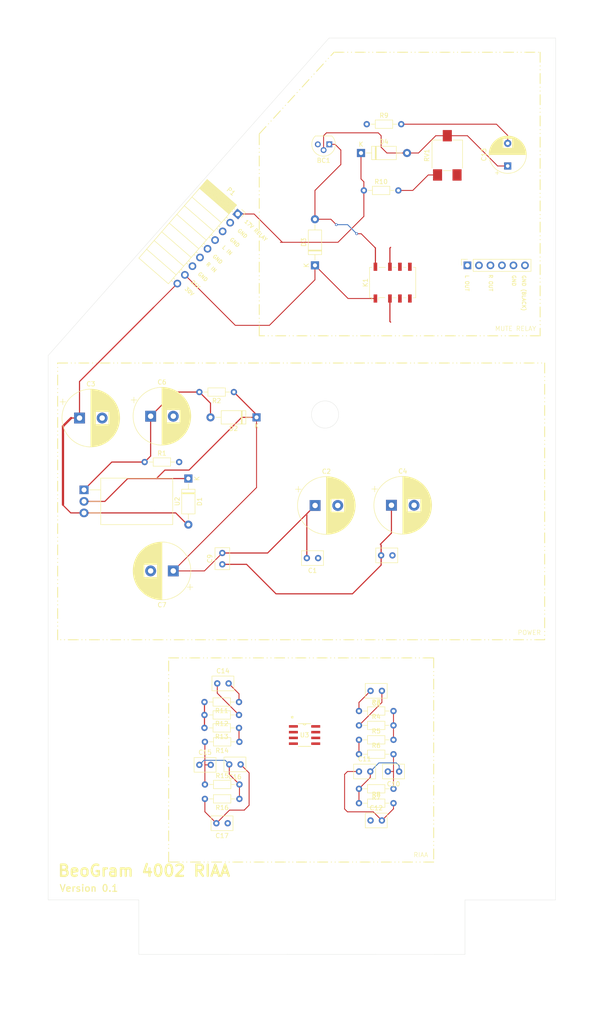
<source format=kicad_pcb>
(kicad_pcb (version 20240108) (generator "pcbnew") (generator_version "8.0")
  (title_block (title "Beogram 4002 RIAA") (date "2024-04-12") (rev "0.1") (company "LEICHT.io"))
  (layers (0 "F.Cu" signal) (31 "B.Cu" signal) (34 "B.Paste" user) (35 "F.Paste" user) (36 "B.SilkS" user "B.Silkscreen") (37 "F.SilkS" user "F.Silkscreen") (38 "B.Mask" user) (39 "F.Mask" user) (44 "Edge.Cuts" user))
  (net 0 "")
  (net 1 "RELAY ON")
  (net 2 "GND")
  (net 3 "21V")
  (net 4 "Net-(BC1-C)")
  (net 5 "Net-(BC1-B)")
  (net 6 "Net-(D2-A)")
  (net 7 "Net-(U3B-+)")
  (net 9 "L OUT")
  (net 10 "R OUT")
  (net 11 "L IN PICKUP")
  (net 12 "R IN PICKUP")
  (net 13 "24VDC+")
  (net 14 "30V")
  (net 15 "Net-(C10-Pad1)")
  (net 16 "Net-(C11-Pad1)")
  (net 17 "Net-(C13-Pad2)")
  (net 18 "Net-(U3A-+)")
  (net 19 "Net-(C15-Pad1)")
  (net 20 "Net-(C15-Pad2)")
  (net 21 "Net-(C10-Pad2)")
  (net 22 "Net-(C16-Pad1)")
  (net 23 "Net-(U3B--)")
  (net 24 "Net-(R10-Pad2)")
  (net 25 "Net-(U3A--)")
  (net 26 "Net-(U3C-V-)")
  (footprint "Resistor_THT:R_Axial_DIN0204_L3.6mm_D1.6mm_P7.62mm_Horizontal" (layer "F.Cu") (at 211.01 185.23)
    (property "Reference" "R6" (at 3.81 -1.92 0) (layer "F.SilkS"))
    (property "Value" "100")
    (pad "1" thru_hole circle (at 0 0) (size 1.4 1.4) (drill 0.7) (layers "*.Cu" "*.Mask") (net 23 "Net-(U3B--)"))
    (pad "2" thru_hole oval (at 7.62 0) (size 1.4 1.4) (drill 0.7) (layers "*.Cu" "*.Mask") (net 21 "Net-(C10-Pad2)"))
  )
  (footprint "Resistor_THT:R_Axial_DIN0204_L3.6mm_D1.6mm_P7.62mm_Horizontal" (layer "F.Cu") (at 184.62 195.075 180)
    (property "Reference" "R16" (at 3.81 -1.92 0) (layer "F.SilkS"))
    (property "Value" "27k")
    (pad "1" thru_hole circle (at 0 0 180) (size 1.4 1.4) (drill 0.7) (layers "*.Cu" "*.Mask") (net 19 "Net-(C15-Pad1)"))
    (pad "2" thru_hole oval (at 7.62 0 180) (size 1.4 1.4) (drill 0.7) (layers "*.Cu" "*.Mask") (net 22 "Net-(C16-Pad1)"))
  )
  (footprint "Diode_THT:D_A-405_P10.16mm_Horizontal" (layer "F.Cu") (at 201.295 77.47 90)
    (property "Reference" "D3" (at 5.08 -2.47 90) (layer "F.SilkS"))
    (property "Value" "1N914")
    (fp_text user "K" (at 0 -1.9 90) (layer "F.SilkS"))
    (pad "1" thru_hole rect (at 0 0 90) (size 1.8 1.8) (drill 0.9) (layers "*.Cu" "*.Mask") (net 3 "21V"))
    (pad "2" thru_hole oval (at 10.16 0 90) (size 1.8 1.8) (drill 0.9) (layers "*.Cu" "*.Mask") (net 4 "Net-(BC1-C)"))
  )
  (footprint "Diode_THT:D_A-405_P10.16mm_Horizontal" (layer "F.Cu") (at 188.401041 110.975 180)
    (property "Reference" "D2" (at 5.08 -2.47 0) (layer "F.SilkS"))
    (property "Value" "1N4002")
    (fp_text user "K" (at 0 -1.9 0) (layer "F.SilkS"))
    (pad "1" thru_hole rect (at 0 0 180) (size 1.8 1.8) (drill 0.9) (layers "*.Cu" "*.Mask") (net 13 "24VDC+"))
    (pad "2" thru_hole oval (at 10.16 0 180) (size 1.8 1.8) (drill 0.9) (layers "*.Cu" "*.Mask") (net 6 "Net-(D2-A)"))
  )
  (footprint "Capacitor_THT:CP_Radial_D12.5mm_P5.00mm" (layer "F.Cu") (at 165.026041 110.725)
    (property "Reference" "C6" (at 2.5 -7.5 0) (layer "F.SilkS"))
    (property "Value" "10uF")
    (pad "1" thru_hole rect (at 0 0) (size 2.4 2.4) (drill 1.2) (layers "*.Cu" "*.Mask") (net 6 "Net-(D2-A)"))
    (pad "2" thru_hole circle (at 5 0) (size 2.4 2.4) (drill 1.2) (layers "*.Cu" "*.Mask") (net 2 "GND"))
  )
  (footprint "Package_TO_SOT_THT:TO-92" (layer "F.Cu") (at 204.47 50.8 180)
    (property "Reference" "BC1" (at 1.27 -3.56 180) (layer "F.SilkS"))
    (property "Value" "NPN")
    (pad "1" thru_hole rect (at 0 0 180) (size 1.3 1.3) (drill 0.75) (layers "*.Cu" "*.Mask") (net 4 "Net-(BC1-C)"))
    (pad "2" thru_hole circle (at 1.27 -1.27 180) (size 1.3 1.3) (drill 0.75) (layers "*.Cu" "*.Mask") (net 5 "Net-(BC1-B)"))
    (pad "3" thru_hole circle (at 2.54 0 180) (size 1.3 1.3) (drill 0.75) (layers "*.Cu" "*.Mask") (net 2 "GND"))
  )
  (footprint "Diode_THT:D_A-405_P10.16mm_Horizontal" (layer "F.Cu") (at 173.355 124.46 -90)
    (property "Reference" "D1" (at 5.08 -2.47 90) (layer "F.SilkS"))
    (property "Value" "1N4002")
    (fp_text user "K" (at 0 -1.9 90) (layer "F.SilkS"))
    (pad "1" thru_hole rect (at 0 0 270) (size 1.8 1.8) (drill 0.9) (layers "*.Cu" "*.Mask") (net 13 "24VDC+"))
    (pad "2" thru_hole oval (at 10.16 0 270) (size 1.8 1.8) (drill 0.9) (layers "*.Cu" "*.Mask") (net 14 "30V"))
  )
  (footprint "Potentiometer_SMD:Potentiometer_ACP_CA6-VSMD_Vertical_Hole" (layer "F.Cu") (at 230.505 53.22 90)
    (property "Reference" "RV1" (at 0 -4.5 90) (layer "F.SilkS"))
    (property "Value" "1M")
    (pad "" np_thru_hole circle (at 0.275 0 90) (size 2.5 2.5) (drill 2.5) (layers "*.Cu" "*.Mask"))
    (pad "1" smd rect (at -4.325 2.15 90) (size 2.5 2) (layers "F.Cu" "F.Paste" "F.Mask"))
    (pad "2" smd rect (at 4.325 0 90) (size 2.5 2) (layers "F.Cu" "F.Paste" "F.Mask") (net 5 "Net-(BC1-B)"))
    (pad "3" smd rect (at -4.325 -2.15 90) (size 2.5 2) (layers "F.Cu" "F.Paste" "F.Mask") (net 24 "Net-(R10-Pad2)"))
  )
  (footprint "Resistor_THT:R_Axial_DIN0204_L3.6mm_D1.6mm_P7.62mm_Horizontal" (layer "F.Cu") (at 184.62 182.5 180)
    (property "Reference" "R14" (at 3.81 -1.92 0) (layer "F.SilkS"))
    (property "Value" "100")
    (pad "1" thru_hole circle (at 0 0 180) (size 1.4 1.4) (drill 0.7) (layers "*.Cu" "*.Mask") (net 25 "Net-(U3A--)"))
    (pad "2" thru_hole oval (at 7.62 0 180) (size 1.4 1.4) (drill 0.7) (layers "*.Cu" "*.Mask") (net 20 "Net-(C15-Pad2)"))
  )
  (footprint "Capacitor_THT:C_Rect_L4.6mm_W3.0mm_P2.50mm_MKS02_FKP02" (layer "F.Cu") (at 218.4 141.4 180)
    (property "Reference" "C5" (hide yes))
    (property "Value" "10nF")
    (pad "1" thru_hole circle (at 0 0 180) (size 1.4 1.4) (drill 0.7) (layers "*.Cu" "*.Mask") (net 2 "GND"))
    (pad "2" thru_hole circle (at 2.5 0 180) (size 1.4 1.4) (drill 0.7) (layers "*.Cu" "*.Mask") (net 26 "Net-(U3C-V-)"))
  )
  (footprint "Resistor_THT:R_Axial_DIN0204_L3.6mm_D1.6mm_P7.62mm_Horizontal" (layer "F.Cu") (at 163.701041 120.825)
    (property "Reference" "R1" (at 3.81 -1.92 0) (layer "F.SilkS"))
    (property "Value" "5k6")
    (pad "1" thru_hole circle (at 0 0) (size 1.4 1.4) (drill 0.7) (layers "*.Cu" "*.Mask") (net 6 "Net-(D2-A)"))
    (pad "2" thru_hole oval (at 7.62 0) (size 1.4 1.4) (drill 0.7) (layers "*.Cu" "*.Mask") (net 2 "GND"))
  )
  (footprint "Resistor_THT:R_Axial_DIN0204_L3.6mm_D1.6mm_P7.62mm_Horizontal" (layer "F.Cu") (at 211.01 196.025)
    (property "Reference" "R8" (at 3.81 -1.92 0) (layer "F.SilkS"))
    (property "Value" "27k")
    (pad "1" thru_hole circle (at 0 0) (size 1.4 1.4) (drill 0.7) (layers "*.Cu" "*.Mask") (net 15 "Net-(C10-Pad1)"))
    (pad "2" thru_hole oval (at 7.62 0) (size 1.4 1.4) (drill 0.7) (layers "*.Cu" "*.Mask") (net 16 "Net-(C11-Pad1)"))
  )
  (footprint "Capacitor_THT:CP_Radial_D8.0mm_P5.00mm" (layer "F.Cu") (at 243.84 55.57 90)
    (property "Reference" "C13" (at 2.5 -5.25 90) (layer "F.SilkS"))
    (property "Value" "100uF/6.3V")
    (pad "1" thru_hole rect (at 0 0 90) (size 1.6 1.6) (drill 0.8) (layers "*.Cu" "*.Mask") (net 5 "Net-(BC1-B)"))
    (pad "2" thru_hole circle (at 5 0 90) (size 1.6 1.6) (drill 0.8) (layers "*.Cu" "*.Mask") (net 17 "Net-(C13-Pad2)"))
  )
  (footprint "Capacitor_THT:C_Rect_L4.6mm_W3.0mm_P2.50mm_MKS02_FKP02" (layer "F.Cu") (at 179.735 169.625)
    (property "Reference" "C14" (at 1.25 -2.75 0) (layer "F.SilkS"))
    (property "Value" "10nF")
    (pad "1" thru_hole circle (at 0 0) (size 1.4 1.4) (drill 0.7) (layers "*.Cu" "*.Mask") (net 18 "Net-(U3A-+)"))
    (pad "2" thru_hole circle (at 2.5 0) (size 1.4 1.4) (drill 0.7) (layers "*.Cu" "*.Mask") (net 11 "L IN PICKUP"))
  )
  (footprint "Capacitor_THT:C_Rect_L4.6mm_W3.0mm_P2.50mm_MKS02_FKP02" (layer "F.Cu") (at 184.885 187.475 180)
    (property "Reference" "C16" (at 1.25 -2.75 0) (layer "F.SilkS"))
    (property "Value" "2n7")
    (pad "1" thru_hole circle (at 0 0 180) (size 1.4 1.4) (drill 0.7) (layers "*.Cu" "*.Mask") (net 22 "Net-(C16-Pad1)"))
    (pad "2" thru_hole circle (at 2.5 0 180) (size 1.4 1.4) (drill 0.7) (layers "*.Cu" "*.Mask") (net 19 "Net-(C15-Pad1)"))
  )
  (footprint "Relay_SMD:Relay_DPDT_Omron_G6K-2F-Y" (layer "F.Cu") (at 218.44 81.28 90)
    (property "Reference" "K1" (at 0 -6 -90) (layer "F.SilkS"))
    (property "Value" "G6K-2")
    (pad "1" smd rect (at -3.5 -3.8 90) (size 1.8 0.8) (layers "F.Cu" "F.Paste" "F.Mask") (net 3 "21V"))
    (pad "2" smd rect (at -3.5 -0.6 90) (size 1.8 0.8) (layers "F.Cu" "F.Paste" "F.Mask") (net 10 "R OUT"))
    (pad "3" smd rect (at -3.5 1.6 90) (size 1.8 0.8) (layers "F.Cu" "F.Paste" "F.Mask") (net 2 "GND"))
    (pad "4" smd rect (at -3.5 3.8 90) (size 1.8 0.8) (layers "F.Cu" "F.Paste" "F.Mask") (net 2 "GND"))
    (pad "5" smd rect (at 3.5 3.8 90) (size 1.8 0.8) (layers "F.Cu" "F.Paste" "F.Mask") (net 2 "GND"))
    (pad "6" smd rect (at 3.5 1.6 90) (size 1.8 0.8) (layers "F.Cu" "F.Paste" "F.Mask") (net 2 "GND"))
    (pad "7" smd rect (at 3.5 -0.6 90) (size 1.8 0.8) (layers "F.Cu" "F.Paste" "F.Mask") (net 9 "L OUT"))
    (pad "8" smd rect (at 3.5 -3.8 90) (size 1.8 0.8) (layers "F.Cu" "F.Paste" "F.Mask") (net 4 "Net-(BC1-C)"))
  )
  (footprint "Connector_PinSocket_2.54mm:PinSocket_1x09_P2.54mm_Horizontal" (layer "F.Cu") (at 184.25 66.15 -41)
    (property "Reference" "P1" (at -4.38 -2.77 139) (layer "F.SilkS"))
    (property "Value" "Fra Hovedprint")
    (pad "1" thru_hole rect (at 0 0 319) (size 1.7 1.7) (drill 1) (layers "*.Cu" "*.Mask") (net 1 "RELAY ON"))
    (pad "2" thru_hole oval (at 0 2.54 319) (size 1.7 1.7) (drill 1) (layers "*.Cu" "*.Mask") (net 2 "GND"))
    (pad "3" thru_hole oval (at 0 5.08 319) (size 1.7 1.7) (drill 1) (layers "*.Cu" "*.Mask") (net 2 "GND"))
    (pad "4" thru_hole oval (at 0 7.62 319) (size 1.7 1.7) (drill 1) (layers "*.Cu" "*.Mask") (net 11 "L IN PICKUP"))
    (pad "5" thru_hole oval (at 0 10.16 319) (size 1.7 1.7) (drill 1) (layers "*.Cu" "*.Mask") (net 2 "GND"))
    (pad "6" thru_hole oval (at 0 12.7 319) (size 1.7 1.7) (drill 1) (layers "*.Cu" "*.Mask") (net 12 "R IN PICKUP"))
    (pad "7" thru_hole oval (at 0 15.24 319) (size 1.7 1.7) (drill 1) (layers "*.Cu" "*.Mask") (net 2 "GND"))
    (pad "8" thru_hole oval (at -0.000001 17.78 319) (size 1.7 1.7) (drill 1) (layers "*.Cu" "*.Mask") (net 3 "21V"))
    (pad "9" thru_hole oval (at 0.000001 20.32 319) (size 1.7 1.7) (drill 1) (layers "*.Cu" "*.Mask") (net 14 "30V"))
  )
  (footprint "Capacitor_THT:CP_Radial_D12.5mm_P5.00mm" (layer "F.Cu") (at 170.026041 144.825 180)
    (property "Reference" "C7" (at 2.5 -7.5 0) (layer "F.SilkS"))
    (property "Value" "2200uF")
    (pad "1" thru_hole rect (at 0 0 180) (size 2.4 2.4) (drill 1.2) (layers "*.Cu" "*.Mask") (net 13 "24VDC+"))
    (pad "2" thru_hole circle (at 5 0 180) (size 2.4 2.4) (drill 1.2) (layers "*.Cu" "*.Mask") (net 2 "GND"))
  )
  (footprint "Capacitor_THT:C_Rect_L4.6mm_W3.0mm_P2.50mm_MKS02_FKP02" (layer "F.Cu") (at 182.035 200.45 180)
    (property "Reference" "C17" (at 1.25 -2.75 0) (layer "F.SilkS"))
    (property "Value" "10nF")
    (pad "1" thru_hole circle (at 0 0 180) (size 1.4 1.4) (drill 0.7) (layers "*.Cu" "*.Mask") (net 9 "L OUT"))
    (pad "2" thru_hole circle (at 2.5 0 180) (size 1.4 1.4) (drill 0.7) (layers "*.Cu" "*.Mask") (net 22 "Net-(C16-Pad1)"))
  )
  (footprint "Resistor_THT:R_Axial_DIN0204_L3.6mm_D1.6mm_P7.62mm_Horizontal" (layer "F.Cu") (at 211.01 182.055)
    (property "Reference" "R5" (at 3.81 -1.92 0) (layer "F.SilkS"))
    (property "Value" "330k")
    (pad "1" thru_hole circle (at 0 0) (size 1.4 1.4) (drill 0.7) (layers "*.Cu" "*.Mask") (net 23 "Net-(U3B--)"))
    (pad "2" thru_hole oval (at 7.62 0) (size 1.4 1.4) (drill 0.7) (layers "*.Cu" "*.Mask") (net 2 "GND"))
  )
  (footprint "Capacitor_THT:CP_Radial_D12.5mm_P5.00mm" (layer "F.Cu") (at 218.175 130.35)
    (property "Reference" "C4" (at 2.5 -7.5 0) (layer "F.SilkS"))
    (property "Value" "220uF")
    (pad "1" thru_hole rect (at 0 0) (size 2.4 2.4) (drill 1.2) (layers "*.Cu" "*.Mask") (net 26 "Net-(U3C-V-)"))
    (pad "2" thru_hole circle (at 5 0) (size 2.4 2.4) (drill 1.2) (layers "*.Cu" "*.Mask") (net 2 "GND"))
  )
  (footprint "Capacitor_THT:C_Rect_L4.6mm_W3.0mm_P2.50mm_MKS02_FKP02" (layer "F.Cu") (at 180.851041 143.375 90)
    (property "Reference" "C9" (at 1.25 -2.75 90) (layer "F.SilkS"))
    (property "Value" "100nF")
    (pad "1" thru_hole circle (at 0 0 90) (size 1.4 1.4) (drill 0.7) (layers "*.Cu" "*.Mask") (net 2 "GND"))
    (pad "2" thru_hole circle (at 2.5 0 90) (size 1.4 1.4) (drill 0.7) (layers "*.Cu" "*.Mask") (net 13 "24VDC+"))
  )
  (footprint "Resistor_THT:R_Axial_DIN0204_L3.6mm_D1.6mm_P7.62mm_Horizontal" (layer "F.Cu") (at 184.53 176.575 180)
    (property "Reference" "R12" (at 3.81 -1.92 0) (layer "F.SilkS"))
    (property "Value" "470k")
    (pad "1" thru_hole circle (at 0 0 180) (size 1.4 1.4) (drill 0.7) (layers "*.Cu" "*.Mask") (net 18 "Net-(U3A-+)"))
    (pad "2" thru_hole oval (at 7.62 0 180) (size 1.4 1.4) (drill 0.7) (layers "*.Cu" "*.Mask") (net 2 "GND"))
  )
  (footprint "Resistor_THT:R_Axial_DIN0204_L3.6mm_D1.6mm_P7.62mm_Horizontal" (layer "F.Cu") (at 184.53 173.725 180)
    (property "Reference" "R11" (at 3.81 -1.92 0) (layer "F.SilkS"))
    (property "Value" "47k")
    (pad "1" thru_hole circle (at 0 0 180) (size 1.4 1.4) (drill 0.7) (layers "*.Cu" "*.Mask") (net 11 "L IN PICKUP"))
    (pad "2" thru_hole oval (at 7.62 0 180) (size 1.4 1.4) (drill 0.7) (layers "*.Cu" "*.Mask") (net 2 "GND"))
  )
  (footprint "Capacitor_THT:CP_Radial_D12.5mm_P5.00mm" (layer "F.Cu") (at 149.326041 111.125)
    (property "Reference" "C3" (at 2.5 -7.5 0) (layer "F.SilkS"))
    (property "Value" "0.1uF")
    (pad "1" thru_hole rect (at 0 0) (size 2.4 2.4) (drill 1.2) (layers "*.Cu" "*.Mask") (net 14 "30V"))
    (pad "2" thru_hole circle (at 5 0) (size 2.4 2.4) (drill 1.2) (layers "*.Cu" "*.Mask") (net 2 "GND"))
  )
  (footprint "Capacitor_THT:C_Rect_L4.6mm_W3.0mm_P2.50mm_MKS02_FKP02" (layer "F.Cu") (at 175.785 187.575)
    (property "Reference" "C15" (at 1.25 -2.75 0) (layer "F.SilkS"))
    (property "Value" "10nF")
    (pad "1" thru_hole circle (at 0 0) (size 1.4 1.4) (drill 0.7) (layers "*.Cu" "*.Mask") (net 19 "Net-(C15-Pad1)"))
    (pad "2" thru_hole circle (at 2.5 0) (size 1.4 1.4) (drill 0.7) (layers "*.Cu" "*.Mask") (net 20 "Net-(C15-Pad2)"))
  )
  (footprint "Connector_PinSocket_2.54mm:PinSocket_1x06_P2.54mm_Vertical" (layer "F.Cu") (at 234.95 77.47 90)
    (property "Reference" "P2" (hide yes))
    (property "Value" "Fra Ledning")
    (pad "1" thru_hole rect (at 0 0 90) (size 1.7 1.7) (drill 1) (layers "*.Cu" "*.Mask") (net 9 "L OUT"))
    (pad "2" thru_hole oval (at 0 2.54 90) (size 1.7 1.7) (drill 1) (layers "*.Cu" "*.Mask") (net 2 "GND"))
    (pad "3" thru_hole oval (at 0 5.08 90) (size 1.7 1.7) (drill 1) (layers "*.Cu" "*.Mask") (net 10 "R OUT"))
    (pad "4" thru_hole oval (at 0 7.62 90) (size 1.7 1.7) (drill 1) (layers "*.Cu" "*.Mask") (net 2 "GND"))
    (pad "5" thru_hole oval (at 0 10.16 90) (size 1.7 1.7) (drill 1) (layers "*.Cu" "*.Mask") (net 2 "GND"))
    (pad "6" thru_hole oval (at 0 12.7 90) (size 1.7 1.7) (drill 1) (layers "*.Cu" "*.Mask") (net 2 "GND"))
  )
  (footprint "Resistor_THT:R_Axial_DIN0204_L3.6mm_D1.6mm_P7.62mm_Horizontal" (layer "F.Cu") (at 212.09 60.96)
    (property "Reference" "R10" (at 3.81 -1.92 0) (layer "F.SilkS"))
    (property "Value" "100k")
    (pad "1" thru_hole circle (at 0 0) (size 1.4 1.4) (drill 0.7) (layers "*.Cu" "*.Mask") (net 1 "RELAY ON"))
    (pad "2" thru_hole oval (at 7.62 0) (size 1.4 1.4) (drill 0.7) (layers "*.Cu" "*.Mask") (net 24 "Net-(R10-Pad2)"))
  )
  (footprint "Diode_THT:D_A-405_P10.16mm_Horizontal" (layer "F.Cu") (at 211.455 52.705)
    (property "Reference" "D4" (at 5.08 -2.47 0) (layer "F.SilkS"))
    (property "Value" "1N914")
    (fp_text user "K" (at 0 -1.9 0) (layer "F.SilkS"))
    (pad "1" thru_hole rect (at 0 0) (size 1.8 1.8) (drill 0.9) (layers "*.Cu" "*.Mask") (net 1 "RELAY ON"))
    (pad "2" thru_hole oval (at 10.16 0) (size 1.8 1.8) (drill 0.9) (layers "*.Cu" "*.Mask") (net 5 "Net-(BC1-B)"))
  )
  (footprint "Capacitor_THT:C_Rect_L4.6mm_W3.0mm_P2.50mm_MKS02_FKP02" (layer "F.Cu") (at 216.07 171.26 180)
    (property "Reference" "C8" (at 1.25 -2.75 0) (layer "F.SilkS"))
    (property "Value" "10nF")
    (pad "1" thru_hole circle (at 0 0 180) (size 1.4 1.4) (drill 0.7) (layers "*.Cu" "*.Mask") (net 7 "Net-(U3B-+)"))
    (pad "2" thru_hole circle (at 2.5 0 180) (size 1.4 1.4) (drill 0.7) (layers "*.Cu" "*.Mask") (net 12 "R IN PICKUP"))
  )
  (footprint "Resistor_THT:R_Axial_DIN0204_L3.6mm_D1.6mm_P7.62mm_Horizontal" (layer "F.Cu") (at 184.53 179.425 180)
    (property "Reference" "R13" (at 3.81 -1.92 0) (layer "F.SilkS"))
    (property "Value" "330k")
    (pad "1" thru_hole circle (at 0 0 180) (size 1.4 1.4) (drill 0.7) (layers "*.Cu" "*.Mask") (net 25 "Net-(U3A--)"))
    (pad "2" thru_hole oval (at 7.62 0 180) (size 1.4 1.4) (drill 0.7) (layers "*.Cu" "*.Mask") (net 2 "GND"))
  )
  (footprint "Resistor_THT:R_Axial_DIN0204_L3.6mm_D1.6mm_P7.62mm_Horizontal" (layer "F.Cu") (at 183.401041 105.4 180)
    (property "Reference" "R2" (at 3.81 -1.92 0) (layer "F.SilkS"))
    (property "Value" "300")
    (pad "1" thru_hole circle (at 0 0 180) (size 1.4 1.4) (drill 0.7) (layers "*.Cu" "*.Mask") (net 13 "24VDC+"))
    (pad "2" thru_hole oval (at 7.62 0 180) (size 1.4 1.4) (drill 0.7) (layers "*.Cu" "*.Mask") (net 6 "Net-(D2-A)"))
  )
  (footprint "OPA2134:D8" (layer "F.Cu") (at 199 181)
    (property "Reference" "U3" (at 0 0 0) (layer "F.SilkS"))
    (property "Value" "OPA2134")
    (fp_text user "*" (at -2.7178 -3.6068 0) (layer "F.SilkS"))
    (fp_text user "*" (at -2.7178 -3.6068 0) (layer "F.SilkS"))
    (pad "1" smd rect (at -2.4638 -1.905) (size 1.9812 0.5588) (layers "F.Cu" "F.Paste" "F.Mask") (net 22 "Net-(C16-Pad1)"))
    (pad "2" smd rect (at -2.4638 -0.635) (size 1.9812 0.5588) (layers "F.Cu" "F.Paste" "F.Mask") (net 25 "Net-(U3A--)"))
    (pad "3" smd rect (at -2.4638 0.635) (size 1.9812 0.5588) (layers "F.Cu" "F.Paste" "F.Mask") (net 18 "Net-(U3A-+)"))
    (pad "4" smd rect (at -2.4638 1.905) (size 1.9812 0.5588) (layers "F.Cu" "F.Paste" "F.Mask") (net 26 "Net-(U3C-V-)"))
    (pad "5" smd rect (at 2.4638 1.905) (size 1.9812 0.5588) (layers "F.Cu" "F.Paste" "F.Mask") (net 7 "Net-(U3B-+)"))
    (pad "6" smd rect (at 2.4638 0.635) (size 1.9812 0.5588) (layers "F.Cu" "F.Paste" "F.Mask") (net 23 "Net-(U3B--)"))
    (pad "7" smd rect (at 2.4638 -0.635) (size 1.9812 0.5588) (layers "F.Cu" "F.Paste" "F.Mask") (net 16 "Net-(C11-Pad1)"))
    (pad "8" smd rect (at 2.4638 -1.905) (size 1.9812 0.5588) (layers "F.Cu" "F.Paste" "F.Mask") (net 13 "24VDC+"))
  )
  (footprint "Resistor_THT:R_Axial_DIN0204_L3.6mm_D1.6mm_P7.62mm_Horizontal" (layer "F.Cu") (at 212.725 46.355)
    (property "Reference" "R9" (at 3.81 -1.92 0) (layer "F.SilkS"))
    (property "Value" "1k")
    (pad "1" thru_hole circle (at 0 0) (size 1.4 1.4) (drill 0.7) (layers "*.Cu" "*.Mask") (net 2 "GND"))
    (pad "2" thru_hole oval (at 7.62 0) (size 1.4 1.4) (drill 0.7) (layers "*.Cu" "*.Mask") (net 17 "Net-(C13-Pad2)"))
  )
  (footprint "Resistor_THT:R_Axial_DIN0204_L3.6mm_D1.6mm_P7.62mm_Horizontal" (layer "F.Cu") (at 211.01 175.705)
    (property "Reference" "R3" (at 3.81 -1.92 0) (layer "F.SilkS"))
    (property "Value" "47k")
    (pad "1" thru_hole circle (at 0 0) (size 1.4 1.4) (drill 0.7) (layers "*.Cu" "*.Mask") (net 12 "R IN PICKUP"))
    (pad "2" thru_hole oval (at 7.62 0) (size 1.4 1.4) (drill 0.7) (layers "*.Cu" "*.Mask") (net 2 "GND"))
  )
  (footprint "Resistor_THT:R_Axial_DIN0204_L3.6mm_D1.6mm_P7.62mm_Horizontal" (layer "F.Cu") (at 211.01 178.88)
    (property "Reference" "R4" (at 3.81 -1.92 0) (layer "F.SilkS"))
    (property "Value" "470k")
    (pad "1" thru_hole circle (at 0 0) (size 1.4 1.4) (drill 0.7) (layers "*.Cu" "*.Mask") (net 7 "Net-(U3B-+)"))
    (pad "2" thru_hole oval (at 7.62 0) (size 1.4 1.4) (drill 0.7) (layers "*.Cu" "*.Mask") (net 2 "GND"))
  )
  (footprint "Capacitor_THT:C_Rect_L4.6mm_W3.0mm_P2.50mm_MKS02_FKP02" (layer "F.Cu") (at 202 142 180)
    (property "Reference" "C1" (at 1.25 -2.75 0) (layer "F.SilkS"))
    (property "Value" "10nF")
    (pad "1" thru_hole circle (at 0 0 180) (size 1.4 1.4) (drill 0.7) (layers "*.Cu" "*.Mask") (net 2 "GND"))
    (pad "2" thru_hole circle (at 2.5 0 180) (size 1.4 1.4) (drill 0.7) (layers "*.Cu" "*.Mask") (net 13 "24VDC+"))
  )
  (footprint "Package_TO_SOT_THT:TO-220-3_Horizontal_TabDown" (layer "F.Cu") (at 150.321041 126.96 -90)
    (property "Reference" "U2" (at 2.54 -20.58 90) (layer "F.SilkS"))
    (property "Value" "LM317_TO-220")
    (pad "" np_thru_hole circle (at 2.54 -16.66 270) (size 3.5 3.5) (drill 3.5) (layers "*.Cu" "*.Mask"))
    (pad "1" thru_hole rect (at 0 0 270) (size 1.905 2) (drill 1.1) (layers "*.Cu" "*.Mask") (net 6 "Net-(D2-A)"))
    (pad "2" thru_hole oval (at 2.54 0 270) (size 1.905 2) (drill 1.1) (layers "*.Cu" "*.Mask") (net 13 "24VDC+"))
    (pad "3" thru_hole oval (at 5.08 0 270) (size 1.905 2) (drill 1.1) (layers "*.Cu" "*.Mask") (net 14 "30V"))
  )
  (footprint "Resistor_THT:R_Axial_DIN0204_L3.6mm_D1.6mm_P7.62mm_Horizontal" (layer "F.Cu") (at 218.63 192.85 180)
    (property "Reference" "R7" (at 3.81 -1.92 0) (layer "F.SilkS"))
    (property "Value" "330k")
    (pad "1" thru_hole circle (at 0 0 180) (size 1.4 1.4) (drill 0.7) (layers "*.Cu" "*.Mask") (net 21 "Net-(C10-Pad2)"))
    (pad "2" thru_hole oval (at 7.62 0 180) (size 1.4 1.4) (drill 0.7) (layers "*.Cu" "*.Mask") (net 15 "Net-(C10-Pad1)"))
  )
  (footprint "Capacitor_THT:C_Rect_L4.6mm_W3.0mm_P2.50mm_MKS02_FKP02" (layer "F.Cu") (at 213.57 199.835)
    (property "Reference" "C12" (at 1.25 -2.75 0) (layer "F.SilkS"))
    (property "Value" "10nF")
    (pad "1" thru_hole circle (at 0 0) (size 1.4 1.4) (drill 0.7) (layers "*.Cu" "*.Mask") (net 10 "R OUT"))
    (pad "2" thru_hole circle (at 2.5 0) (size 1.4 1.4) (drill 0.7) (layers "*.Cu" "*.Mask") (net 16 "Net-(C11-Pad1)"))
  )
  (footprint "Capacitor_THT:CP_Radial_D12.5mm_P5.00mm" (layer "F.Cu") (at 201.325 130.4)
    (property "Reference" "C2" (at 2.5 -7.5 0) (layer "F.SilkS"))
    (property "Value" "220uF")
    (pad "1" thru_hole rect (at 0 0) (size 2.4 2.4) (drill 1.2) (layers "*.Cu" "*.Mask") (net 13 "24VDC+"))
    (pad "2" thru_hole circle (at 5 0) (size 2.4 2.4) (drill 1.2) (layers "*.Cu" "*.Mask") (net 2 "GND"))
  )
  (footprint "Capacitor_THT:C_Rect_L4.6mm_W3.0mm_P2.50mm_MKS02_FKP02" (layer "F.Cu") (at 219.88 189.04 180)
    (property "Reference" "C10" (at 1.25 -2.75 0) (layer "F.SilkS"))
    (property "Value" "10nF")
    (pad "1" thru_hole circle (at 0 0 180) (size 1.4 1.4) (drill 0.7) (layers "*.Cu" "*.Mask") (net 15 "Net-(C10-Pad1)"))
    (pad "2" thru_hole circle (at 2.5 0 180) (size 1.4 1.4) (drill 0.7) (layers "*.Cu" "*.Mask") (net 21 "Net-(C10-Pad2)"))
  )
  (footprint "Capacitor_THT:C_Rect_L4.6mm_W3.0mm_P2.50mm_MKS02_FKP02" (layer "F.Cu") (at 211.01 189.04)
    (property "Reference" "C11" (at 1.25 -2.75 0) (layer "F.SilkS"))
    (property "Value" "2n7")
    (pad "1" thru_hole circle (at 0 0) (size 1.4 1.4) (drill 0.7) (layers "*.Cu" "*.Mask") (net 16 "Net-(C11-Pad1)"))
    (pad "2" thru_hole circle (at 2.5 0) (size 1.4 1.4) (drill 0.7) (layers "*.Cu" "*.Mask") (net 15 "Net-(C10-Pad1)"))
  )
  (footprint "Resistor_THT:R_Axial_DIN0204_L3.6mm_D1.6mm_P7.62mm_Horizontal" (layer "F.Cu") (at 177.01 191.9)
    (property "Reference" "R15" (at 3.81 -1.92 0) (layer "F.SilkS"))
    (property "Value" "330k")
    (pad "1" thru_hole circle (at 0 0) (size 1.4 1.4) (drill 0.7) (layers "*.Cu" "*.Mask") (net 20 "Net-(C15-Pad2)"))
    (pad "2" thru_hole oval (at 7.62 0) (size 1.4 1.4) (drill 0.7) (layers "*.Cu" "*.Mask") (net 19 "Net-(C15-Pad1)"))
  )
  (gr_rect (start 169 164) (end 227.5 209) (stroke (width 0.2) (type dash_dot_dot)) (fill none) (layer "F.SilkS"))
  (gr_rect (start 144.5 99) (end 252 160) (stroke (width 0.2) (type dash_dot_dot)) (fill none) (layer "F.SilkS"))
  (gr_poly (pts (xy 205.5 30.5) (xy 251 30.5) (xy 251 93) (xy 189 93) (xy 189 48.5)) (stroke (width 0.2) (type dash_dot_dot)) (fill none) (layer "F.SilkS"))
  (gr_line (start 254.4128 27.3568) (end 254.4064 217.3528) (stroke (width 0.05)) (layer "Edge.Cuts"))
  (gr_line (start 234.4064 217.3528) (end 234.4064 229.3528) (stroke (width 0.05)) (layer "Edge.Cuts"))
  (gr_line (start 254.4064 217.3528) (end 234.4064 217.3528) (stroke (width 0.05)) (layer "Edge.Cuts"))
  (gr_line (start 234.4064 229.3528) (end 162.4076 229.3432) (stroke (width 0.05)) (layer "Edge.Cuts"))
  (gr_circle (center 203.525 110.348) (end 206.525 110.348) (stroke (width 0.05)) (fill none) (layer "Edge.Cuts"))
  (gr_line (start 162.4076 229.3432) (end 162.4076 217.3432) (stroke (width 0.05)) (layer "Edge.Cuts"))
  (gr_line (start 204.4128 27.3568) (end 254.4128 27.3568) (stroke (width 0.05)) (layer "Edge.Cuts"))
  (gr_line (start 142.4076 217.3432) (end 142.4076 97.3432) (stroke (width 0.05)) (layer "Edge.Cuts"))
  (gr_line (start 162.4076 217.3432) (end 142.4076 217.3432) (stroke (width 0.05)) (layer "Edge.Cuts"))
  (gr_line (start 142.4076 97.3432) (end 204.4128 27.3568) (stroke (width 0.05)) (layer "Edge.Cuts"))
  (gr_text "Version 0.1" (at 144.8 215.65 0) (layer "F.SilkS") (effects (font (size 1.5 1.5) (thickness 0.25) (bold yes)) (justify left bottom)))
  (gr_text "RIAA" (at 223 208 0) (layer "F.SilkS") (effects (font (size 1 1) (thickness 0.1)) (justify left bottom)))
  (gr_text "GND" (at 182.3 71.875 317) (layer "F.SilkS") (effects (font (size 0.8 0.8)) (justify left bottom)))
  (gr_text "BeoGram 4002 RIAA " (at 144.325 212.375 0) (layer "F.SilkS") (effects (font (size 2.5 2.5) (thickness 0.5) (bold yes)) (justify left bottom)))
  (gr_text "GND (BLACK)" (at 246.95 79.55 270) (layer "F.SilkS") (effects (font (size 0.8 0.8)) (justify left bottom)))
  (gr_text "21V" (at 173.727475 81.251378 317) (layer "F.SilkS") (effects (font (size 0.8 0.8)) (justify left bottom)))
  (gr_text "GND" (at 244.75 79.525 270) (layer "F.SilkS") (effects (font (size 0.8 0.8)) (justify left bottom)))
  (gr_text "GND" (at 184 69.9 317) (layer "F.SilkS") (effects (font (size 0.8 0.8)) (justify left bottom)))
  (gr_text "L OUT" (at 234.4 79.525 270) (layer "F.SilkS") (effects (font (size 0.8 0.8)) (justify left bottom)))
  (gr_text "GND" (at 178.525 75.575 317) (layer "F.SilkS") (effects (font (size 0.8 0.8)) (justify left bottom)))
  (gr_text "17V RELAY" (at 185.55 67.894578 317) (layer "F.SilkS") (effects (font (size 0.8 0.8)) (justify left bottom)))
  (gr_text "MUTE RELAY" (at 241 92 0) (layer "F.SilkS") (effects (font (size 1 1) (thickness 0.1)) (justify left bottom)))
  (gr_text "GND" (at 175.26 79.451378 317) (layer "F.SilkS") (effects (font (size 0.8 0.8)) (justify left bottom)))
  (gr_text "R IN" (at 177.075 77.3 317) (layer "F.SilkS") (effects (font (size 0.8 0.8)) (justify left bottom)))
  (gr_text "POWER" (at 246 159 0) (layer "F.SilkS") (effects (font (size 1 1) (thickness 0.1)) (justify left bottom)))
  (gr_text "30V" (at 172.377475 82.751378 317) (layer "F.SilkS") (effects (font (size 0.8 0.8)) (justify left bottom)))
  (gr_text "L IN" (at 180.625 73.6 317) (layer "F.SilkS") (effects (font (size 0.8 0.8)) (justify left bottom)))
  (gr_text "R OUT" (at 239.625 79.4 270) (layer "F.SilkS") (effects (font (size 0.8 0.8)) (justify left bottom)))
  (segment (start 211.455 58.42) (end 211.455 52.705) (width 0.2) (layer "F.Cu") (net 1))
  (segment (start 212.09 59.055) (end 211.455 58.42) (width 0.2) (layer "F.Cu") (net 1))
  (segment (start 193.675 72.39) (end 194.1 72.39) (width 0.2) (layer "F.Cu") (net 1))
  (segment (start 212.09 60.96) (end 212.09 59.055) (width 0.2) (layer "F.Cu") (net 1))
  (segment (start 194.1 72.39) (end 187.86 66.15) (width 0.2) (layer "F.Cu") (net 1))
  (segment (start 187.86 66.15) (end 184.25 66.15) (width 0.2) (layer "F.Cu") (net 1))
  (segment (start 194.1 72.39) (end 206.375 72.39) (width 0.2) (layer "F.Cu") (net 1))
  (segment (start 212.09 66.675) (end 212.09 60.96) (width 0.2) (layer "F.Cu") (net 1))
  (segment (start 206.375 72.39) (end 212.09 66.675) (width 0.2) (layer "F.Cu") (net 1))
  (segment (start 180.851041 143.375) (end 186.2 143.375) (width 0.25) (layer "F.Cu") (net 2))
  (segment (start 218.175 130.35) (end 218.175 136.5) (width 0.25) (layer "F.Cu") (net 2))
  (segment (start 215.9 143.55) (end 215.9 141.4) (width 0.25) (layer "F.Cu") (net 2))
  (segment (start 215.725 138.95) (end 215.9 139.125) (width 0.25) (layer "F.Cu") (net 2))
  (segment (start 209.575 149.875) (end 215.9 143.55) (width 0.25) (layer "F.Cu") (net 2))
  (segment (start 218.63 178.88) (end 218.63 182.055) (width 0.2) (layer "F.Cu") (net 2))
  (segment (start 215.9 139.125) (end 215.9 141.4) (width 0.25) (layer "F.Cu") (net 2))
  (segment (start 176.91 176.575) (end 176.91 179.425) (width 0.25) (layer "F.Cu") (net 2))
  (segment (start 218.175 136.5) (end 215.725 138.95) (width 0.25) (layer "F.Cu") (net 2))
  (segment (start 192.7 149.875) (end 209.575 149.875) (width 0.25) (layer "F.Cu") (net 2))
  (segment (start 218.63 175.705) (end 218.63 178.88) (width 0.2) (layer "F.Cu") (net 2))
  (segment (start 176.91 173.725) (end 176.91 176.575) (width 0.25) (layer "F.Cu") (net 2))
  (segment (start 186.2 143.375) (end 192.7 149.875) (width 0.25) (layer "F.Cu") (net 2))
  (segment (start 201.295 80.645) (end 191.245 90.695) (width 0.2) (layer "F.Cu") (net 3))
  (segment (start 183.711534 90.695) (end 172.58527 79.568736) (width 0.2) (layer "F.Cu") (net 3))
  (segment (start 214.64 84.78) (end 208.605 84.78) (width 0.2) (layer "F.Cu") (net 3))
  (segment (start 191.245 90.695) (end 183.711534 90.695) (width 0.2) (layer "F.Cu") (net 3))
  (segment (start 201.295 77.47) (end 201.295 80.645) (width 0.2) (layer "F.Cu") (net 3))
  (segment (start 208.605 84.78) (end 201.295 77.47) (width 0.2) (layer "F.Cu") (net 3))
  (segment (start 201.295 60.96) (end 201.295 67.31) (width 0.2) (layer "F.Cu") (net 4))
  (segment (start 214.64 73.64) (end 214.5 73.5) (width 0.25) (layer "F.Cu") (net 4))
  (segment (start 206 68.5) (end 204.81 67.31) (width 0.2) (layer "F.Cu") (net 4))
  (segment (start 204.81 67.31) (end 201.295 67.31) (width 0.2) (layer "F.Cu") (net 4))
  (segment (start 205.74 50.8) (end 207.01 52.07) (width 0.2) (layer "F.Cu") (net 4))
  (segment (start 204.47 50.8) (end 205.74 50.8) (width 0.2) (layer "F.Cu") (net 4))
  (segment (start 207.01 52.07) (end 207.01 55.245) (width 0.2) (layer "F.Cu") (net 4))
  (segment (start 211.5 70.5) (end 214.5 73.5) (width 0.2) (layer "F.Cu") (net 4))
  (segment (start 214.64 77.78) (end 214.64 73.64) (width 0.25) (layer "F.Cu") (net 4))
  (segment (start 207.01 55.245) (end 201.295 60.96) (width 0.2) (layer "F.Cu") (net 4))
  (segment (start 210.5 70.5) (end 211.5 70.5) (width 0.2) (layer "F.Cu") (net 4))
  (via (at 210.5 70.5) (size 0.6) (drill 0.3) (layers "F.Cu" "B.Cu") (net 4))
  (via (at 206 68.5) (size 0.6) (drill 0.3) (layers "F.Cu" "B.Cu") (net 4))
  (segment (start 208.5 68.5) (end 210.5 70.5) (width 0.2) (layer "B.Cu") (net 4))
  (segment (start 206 68.5) (end 208.5 68.5) (width 0.2) (layer "B.Cu") (net 4))
  (segment (start 221.615 52.705) (end 224.155 52.705) (width 0.2) (layer "F.Cu") (net 5))
  (segment (start 203.835 48.26) (end 215.265 48.26) (width 0.2) (layer "F.Cu") (net 5))
  (segment (start 203.2 48.895) (end 203.835 48.26) (width 0.2) (layer "F.Cu") (net 5))
  (segment (start 215.9 48.895) (end 215.9 51.435) (width 0.2) (layer "F.Cu") (net 5))
  (segment (start 215.265 48.26) (end 215.9 48.895) (width 0.2) (layer "F.Cu") (net 5))
  (segment (start 241.625 55.57) (end 234.95 48.895) (width 0.2) (layer "F.Cu") (net 5))
  (segment (start 243.84 55.57) (end 241.625 55.57) (width 0.2) (layer "F.Cu") (net 5))
  (segment (start 215.9 51.435) (end 217.17 52.705) (width 0.2) (layer "F.Cu") (net 5))
  (segment (start 227.965 48.895) (end 230.505 48.895) (width 0.2) (layer "F.Cu") (net 5))
  (segment (start 224.155 52.705) (end 227.965 48.895) (width 0.2) (layer "F.Cu") (net 5))
  (segment (start 203.2 52.07) (end 203.2 48.895) (width 0.2) (layer "F.Cu") (net 5))
  (segment (start 217.17 52.705) (end 221.615 52.705) (width 0.2) (layer "F.Cu") (net 5))
  (segment (start 234.95 48.895) (end 230.505 48.895) (width 0.2) (layer "F.Cu") (net 5))
  (segment (start 178.241041 107.86) (end 178.241041 110.975) (width 0.25) (layer "F.Cu") (net 6))
  (segment (start 165.026041 110.725) (end 170.351041 105.4) (width 0.25) (layer "F.Cu") (net 6))
  (segment (start 175.781041 105.4) (end 178.241041 107.86) (width 0.25) (layer "F.Cu") (net 6))
  (segment (start 165.026041 119.5) (end 163.701041 120.825) (width 0.25) (layer "F.Cu") (net 6))
  (segment (start 156.456041 120.825) (end 150.321041 126.96) (width 0.25) (layer "F.Cu") (net 6))
  (segment (start 170.351041 105.4) (end 175.781041 105.4) (width 0.25) (layer "F.Cu") (net 6))
  (segment (start 165.026041 110.725) (end 165.026041 119.5) (width 0.25) (layer "F.Cu") (net 6))
  (segment (start 163.701041 120.825) (end 156.456041 120.825) (width 0.25) (layer "F.Cu") (net 6))
  (segment (start 216.07 171.26) (end 216.07 173.82) (width 0.2) (layer "F.Cu") (net 7))
  (segment (start 216.07 173.82) (end 211.01 178.88) (width 0.2) (layer "F.Cu") (net 7))
  (segment (start 217.84 77.78) (end 217.84 73.66) (width 0.25) (layer "F.Cu") (net 9))
  (segment (start 217.84 73.66) (end 218 73.5) (width 0.25) (layer "F.Cu") (net 9))
  (segment (start 217.84 89.84) (end 218 90) (width 0.25) (layer "F.Cu") (net 10))
  (segment (start 217.84 84.78) (end 217.84 89.84) (width 0.25) (layer "F.Cu") (net 10))
  (segment (start 184.53 171.92) (end 184.53 173.725) (width 0.2) (layer "F.Cu") (net 11))
  (segment (start 182.235 169.625) (end 184.53 171.92) (width 0.2) (layer "F.Cu") (net 11))
  (segment (start 211.01 173.8) (end 211.01 175.705) (width 0.2) (layer "F.Cu") (net 12))
  (segment (start 211.03 173.8) (end 211.01 173.8) (width 0.2) (layer "F.Cu") (net 12))
  (segment (start 213.57 171.26) (end 211.03 173.8) (width 0.2) (layer "F.Cu") (net 12))
  (segment (start 159.956041 124.47) (end 154.926041 129.5) (width 0.25) (layer "F.Cu") (net 13))
  (segment (start 199.5 132.225) (end 199.5 142) (width 0.25) (layer "F.Cu") (net 13))
  (segment (start 166.301041 124.47) (end 159.956041 124.47) (width 0.25) (layer "F.Cu") (net 13))
  (segment (start 154.926041 129.5) (end 150.321041 129.5) (width 0.25) (layer "F.Cu") (net 13))
  (segment (start 173.501041 122.6) (end 168.171041 122.6) (width 0.25) (layer "F.Cu") (net 13))
  (segment (start 188.401041 110.4) (end 188.401041 110.975) (width 0.25) (layer "F.Cu") (net 13))
  (segment (start 201.325 130.4) (end 199.5 132.225) (width 0.25) (layer "F.Cu") (net 13))
  (segment (start 173.151041 124.47) (end 166.301041 124.47) (width 0.25) (layer "F.Cu") (net 13))
  (segment (start 188.401041 110.975) (end 185.126041 110.975) (width 0.25) (layer "F.Cu") (net 13))
  (segment (start 170.026041 144.825) (end 176.901041 144.825) (width 0.2) (layer "F.Cu") (net 13))
  (segment (start 188.401041 110.975) (end 188.401041 126.45) (width 0.2) (layer "F.Cu") (net 13))
  (segment (start 168.171041 122.6) (end 166.301041 124.47) (width 0.25) (layer "F.Cu") (net 13))
  (segment (start 176.901041 144.825) (end 180.851041 140.875) (width 0.2) (layer "F.Cu") (net 13))
  (segment (start 188.401041 126.45) (end 170.026041 144.825) (width 0.2) (layer "F.Cu") (net 13))
  (segment (start 180.851041 140.875) (end 190.85 140.875) (width 0.25) (layer "F.Cu") (net 13))
  (segment (start 183.401041 105.4) (end 188.401041 110.4) (width 0.25) (layer "F.Cu") (net 13))
  (segment (start 185.126041 110.975) (end 173.501041 122.6) (width 0.25) (layer "F.Cu") (net 13))
  (segment (start 190.85 140.875) (end 201.325 130.4) (width 0.25) (layer "F.Cu") (net 13))
  (segment (start 150.321041 132.04) (end 170.561041 132.04) (width 0.25) (layer "F.Cu") (net 14))
  (segment (start 145.676041 112.925) (end 145.676041 130.225) (width 0.5) (layer "F.Cu") (net 14))
  (segment (start 147.476041 111.125) (end 145.676041 112.925) (width 0.5) (layer "F.Cu") (net 14))
  (segment (start 145.626041 130.275) (end 147.391041 132.04) (width 0.25) (layer "F.Cu") (net 14))
  (segment (start 149.326041 103.078539) (end 149.326041 111.125) (width 0.25) (layer "F.Cu") (net 14))
  (segment (start 165.70229 86.70229) (end 149.326041 103.078539) (width 0.25) (layer "F.Cu") (net 14))
  (segment (start 147.391041 132.04) (end 150.321041 132.04) (width 0.25) (layer "F.Cu") (net 14))
  (segment (start 165.591406 86.813174) (end 165.70229 86.70229) (width 0.2) (layer "F.Cu") (net 14))
  (segment (start 165.70229 86.70229) (end 170.918881 81.485699) (width 0.2) (layer "F.Cu") (net 14))
  (segment (start 170.561041 132.04) (end 173.151041 134.63) (width 0.25) (layer "F.Cu") (net 14))
  (segment (start 145.676041 130.225) (end 145.626041 130.275) (width 0.25) (layer "F.Cu") (net 14))
  (segment (start 149.326041 111.125) (end 147.476041 111.125) (width 0.25) (layer "F.Cu") (net 14))
  (segment (start 211.01 192.85) (end 211.01 196.025) (width 0.2) (layer "F.Cu") (net 15))
  (segment (start 213.51 190.35) (end 211.01 192.85) (width 0.2) (layer "F.Cu") (net 15))
  (segment (start 213.51 189.04) (end 213.51 190.35) (width 0.2) (layer "F.Cu") (net 15))
  (segment (start 219.88 189.04) (end 219.88 187.75) (width 0.2) (layer "B.Cu") (net 15))
  (segment (start 219.265 187.135) (end 215.415 187.135) (width 0.2) (layer "B.Cu") (net 15))
  (segment (start 219.88 187.75) (end 219.265 187.135) (width 0.2) (layer "B.Cu") (net 15))
  (segment (start 215.415 187.135) (end 213.51 189.04) (width 0.2) (layer "B.Cu") (net 15))
  (segment (start 207.835 197.295) (end 208.47 197.93) (width 0.2) (layer "F.Cu") (net 16))
  (segment (start 214.165 197.93) (end 216.07 199.835) (width 0.2) (layer "F.Cu") (net 16))
  (segment (start 208.47 197.93) (end 214.165 197.93) (width 0.2) (layer "F.Cu") (net 16))
  (segment (start 218.63 197.275) (end 216.07 199.835) (width 0.2) (layer "F.Cu") (net 16))
  (segment (start 218.63 196.025) (end 218.63 197.275) (width 0.2) (layer "F.Cu") (net 16))
  (segment (start 207.835 189.675) (end 207.835 197.295) (width 0.2) (layer "F.Cu") (net 16))
  (segment (start 211.01 189.04) (end 208.47 189.04) (width 0.2) (layer "F.Cu") (net 16))
  (segment (start 208.47 189.04) (end 207.835 189.675) (width 0.2) (layer "F.Cu") (net 16))
  (segment (start 243.84 50.57) (end 243.84 48.84) (width 0.2) (layer "F.Cu") (net 17))
  (segment (start 243.84 48.84) (end 241.355 46.355) (width 0.2) (layer "F.Cu") (net 17))
  (segment (start 241.355 46.355) (end 220.345 46.355) (width 0.2) (layer "F.Cu") (net 17))
  (segment (start 179.735 169.625) (end 179.735 171.78) (width 0.2) (layer "F.Cu") (net 18))
  (segment (start 179.735 171.78) (end 184.53 176.575) (width 0.2) (layer "F.Cu") (net 18))
  (segment (start 184.63 195.065) (end 184.62 195.075) (width 0.2) (layer "F.Cu") (net 19))
  (segment (start 182.385 187.475) (end 182.385 189.655) (width 0.2) (layer "F.Cu") (net 19))
  (segment (start 184.63 191.9) (end 184.63 195.065) (width 0.2) (layer "F.Cu") (net 19))
  (segment (start 182.385 189.655) (end 184.63 191.9) (width 0.2) (layer "F.Cu") (net 19))
  (segment (start 176.785 186.575) (end 181.485 186.575) (width 0.2) (layer "B.Cu") (net 19))
  (segment (start 181.485 186.575) (end 182.385 187.475) (width 0.2) (layer "B.Cu") (net 19))
  (segment (start 175.785 187.575) (end 176.785 186.575) (width 0.2) (layer "B.Cu") (net 19))
  (segment (start 177 182.5) (end 177 187.575) (width 0.2) (layer "F.Cu") (net 20))
  (segment (start 178.285 187.575) (end 177 187.575) (width 0.2) (layer "F.Cu") (net 20))
  (segment (start 177 187.575) (end 177 191.89) (width 0.2) (layer "F.Cu") (net 20))
  (segment (start 177 191.89) (end 177.01 191.9) (width 0.2) (layer "F.Cu") (net 20))
  (segment (start 217.38 189.04) (end 218.63 189.04) (width 0.2) (layer "F.Cu") (net 21))
  (segment (start 218.63 185.23) (end 218.63 189.04) (width 0.2) (layer "F.Cu") (net 21))
  (segment (start 218.63 189.04) (end 218.63 192.85) (width 0.2) (layer "F.Cu") (net 21))
  (segment (start 177 197.915) (end 179.535 200.45) (width 0.2) (layer "F.Cu") (net 22))
  (segment (start 186.76 196.475) (end 185.735 197.5) (width 0.2) (layer "F.Cu") (net 22))
  (segment (start 182.435 197.55) (end 179.535 200.45) (width 0.2) (layer "F.Cu") (net 22))
  (segment (start 184.885 187.475) (end 186.76 189.35) (width 0.2) (layer "F.Cu") (net 22))
  (segment (start 185.735 197.5) (end 185.735 197.55) (width 0.2) (layer "F.Cu") (net 22))
  (segment (start 177 195.075) (end 177 197.915) (width 0.2) (layer "F.Cu") (net 22))
  (segment (start 185.735 197.55) (end 182.435 197.55) (width 0.2) (layer "F.Cu") (net 22))
  (segment (start 186.76 189.35) (end 186.76 196.475) (width 0.2) (layer "F.Cu") (net 22))
  (segment (start 211.01 185.23) (end 211.01 182.055) (width 0.2) (layer "F.Cu") (net 23))
  (segment (start 222.885 60.96) (end 219.71 60.96) (width 0.2) (layer "F.Cu") (net 24))
  (segment (start 226.3 57.545) (end 222.885 60.96) (width 0.2) (layer "F.Cu") (net 24))
  (segment (start 228.355 57.545) (end 226.3 57.545) (width 0.2) (layer "F.Cu") (net 24))
  (segment (start 184.53 179.425) (end 184.53 182.41) (width 0.2) (layer "F.Cu") (net 25))
  (segment (start 184.53 182.41) (end 184.62 182.5) (width 0.2) (layer "F.Cu") (net 25))
)
</source>
